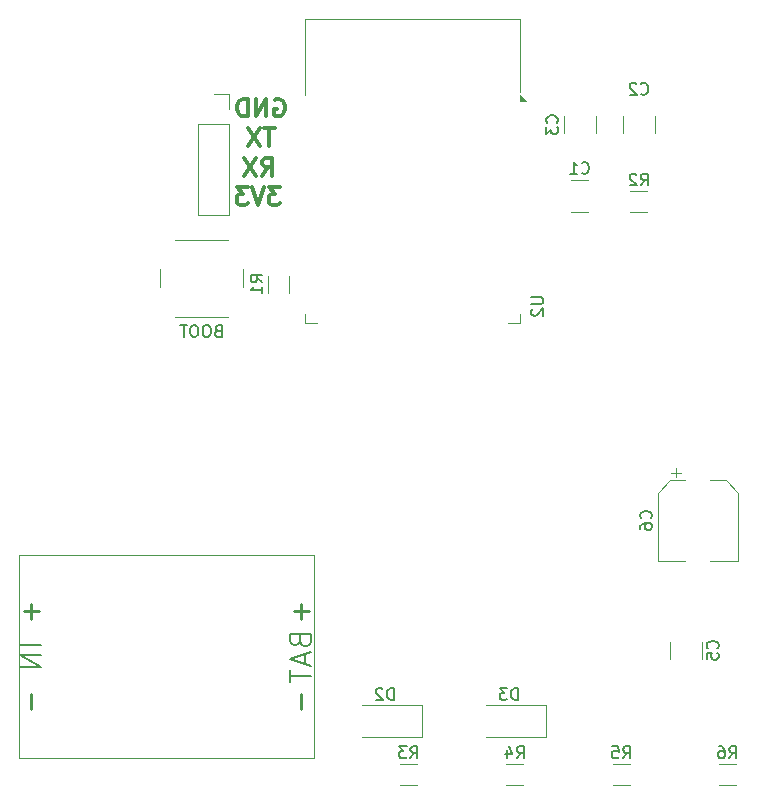
<source format=gbr>
%TF.GenerationSoftware,KiCad,Pcbnew,9.0.0*%
%TF.CreationDate,2025-04-01T19:23:25-03:00*%
%TF.ProjectId,ALFAGAME-v1,414c4641-4741-44d4-952d-76312e6b6963,rev?*%
%TF.SameCoordinates,Original*%
%TF.FileFunction,Legend,Bot*%
%TF.FilePolarity,Positive*%
%FSLAX46Y46*%
G04 Gerber Fmt 4.6, Leading zero omitted, Abs format (unit mm)*
G04 Created by KiCad (PCBNEW 9.0.0) date 2025-04-01 19:23:25*
%MOMM*%
%LPD*%
G01*
G04 APERTURE LIST*
%ADD10C,0.300000*%
%ADD11C,0.150000*%
%ADD12C,0.152400*%
%ADD13C,0.120000*%
%ADD14C,0.254000*%
G04 APERTURE END LIST*
D10*
X174159774Y-31872257D02*
X174302632Y-31800828D01*
X174302632Y-31800828D02*
X174516917Y-31800828D01*
X174516917Y-31800828D02*
X174731203Y-31872257D01*
X174731203Y-31872257D02*
X174874060Y-32015114D01*
X174874060Y-32015114D02*
X174945489Y-32157971D01*
X174945489Y-32157971D02*
X175016917Y-32443685D01*
X175016917Y-32443685D02*
X175016917Y-32657971D01*
X175016917Y-32657971D02*
X174945489Y-32943685D01*
X174945489Y-32943685D02*
X174874060Y-33086542D01*
X174874060Y-33086542D02*
X174731203Y-33229400D01*
X174731203Y-33229400D02*
X174516917Y-33300828D01*
X174516917Y-33300828D02*
X174374060Y-33300828D01*
X174374060Y-33300828D02*
X174159774Y-33229400D01*
X174159774Y-33229400D02*
X174088346Y-33157971D01*
X174088346Y-33157971D02*
X174088346Y-32657971D01*
X174088346Y-32657971D02*
X174374060Y-32657971D01*
X173445489Y-33300828D02*
X173445489Y-31800828D01*
X173445489Y-31800828D02*
X172588346Y-33300828D01*
X172588346Y-33300828D02*
X172588346Y-31800828D01*
X171874060Y-33300828D02*
X171874060Y-31800828D01*
X171874060Y-31800828D02*
X171516917Y-31800828D01*
X171516917Y-31800828D02*
X171302631Y-31872257D01*
X171302631Y-31872257D02*
X171159774Y-32015114D01*
X171159774Y-32015114D02*
X171088345Y-32157971D01*
X171088345Y-32157971D02*
X171016917Y-32443685D01*
X171016917Y-32443685D02*
X171016917Y-32657971D01*
X171016917Y-32657971D02*
X171088345Y-32943685D01*
X171088345Y-32943685D02*
X171159774Y-33086542D01*
X171159774Y-33086542D02*
X171302631Y-33229400D01*
X171302631Y-33229400D02*
X171516917Y-33300828D01*
X171516917Y-33300828D02*
X171874060Y-33300828D01*
X174588346Y-39300828D02*
X173659774Y-39300828D01*
X173659774Y-39300828D02*
X174159774Y-39872257D01*
X174159774Y-39872257D02*
X173945489Y-39872257D01*
X173945489Y-39872257D02*
X173802632Y-39943685D01*
X173802632Y-39943685D02*
X173731203Y-40015114D01*
X173731203Y-40015114D02*
X173659774Y-40157971D01*
X173659774Y-40157971D02*
X173659774Y-40515114D01*
X173659774Y-40515114D02*
X173731203Y-40657971D01*
X173731203Y-40657971D02*
X173802632Y-40729400D01*
X173802632Y-40729400D02*
X173945489Y-40800828D01*
X173945489Y-40800828D02*
X174374060Y-40800828D01*
X174374060Y-40800828D02*
X174516917Y-40729400D01*
X174516917Y-40729400D02*
X174588346Y-40657971D01*
X173231203Y-39300828D02*
X172731203Y-40800828D01*
X172731203Y-40800828D02*
X172231203Y-39300828D01*
X171874061Y-39300828D02*
X170945489Y-39300828D01*
X170945489Y-39300828D02*
X171445489Y-39872257D01*
X171445489Y-39872257D02*
X171231204Y-39872257D01*
X171231204Y-39872257D02*
X171088347Y-39943685D01*
X171088347Y-39943685D02*
X171016918Y-40015114D01*
X171016918Y-40015114D02*
X170945489Y-40157971D01*
X170945489Y-40157971D02*
X170945489Y-40515114D01*
X170945489Y-40515114D02*
X171016918Y-40657971D01*
X171016918Y-40657971D02*
X171088347Y-40729400D01*
X171088347Y-40729400D02*
X171231204Y-40800828D01*
X171231204Y-40800828D02*
X171659775Y-40800828D01*
X171659775Y-40800828D02*
X171802632Y-40729400D01*
X171802632Y-40729400D02*
X171874061Y-40657971D01*
X174159774Y-34300828D02*
X173302632Y-34300828D01*
X173731203Y-35800828D02*
X173731203Y-34300828D01*
X172945489Y-34300828D02*
X171945489Y-35800828D01*
X171945489Y-34300828D02*
X172945489Y-35800828D01*
X173088346Y-38300828D02*
X173588346Y-37586542D01*
X173945489Y-38300828D02*
X173945489Y-36800828D01*
X173945489Y-36800828D02*
X173374060Y-36800828D01*
X173374060Y-36800828D02*
X173231203Y-36872257D01*
X173231203Y-36872257D02*
X173159774Y-36943685D01*
X173159774Y-36943685D02*
X173088346Y-37086542D01*
X173088346Y-37086542D02*
X173088346Y-37300828D01*
X173088346Y-37300828D02*
X173159774Y-37443685D01*
X173159774Y-37443685D02*
X173231203Y-37515114D01*
X173231203Y-37515114D02*
X173374060Y-37586542D01*
X173374060Y-37586542D02*
X173945489Y-37586542D01*
X172588346Y-36800828D02*
X171588346Y-38300828D01*
X171588346Y-36800828D02*
X172588346Y-38300828D01*
D11*
X169357142Y-51431009D02*
X169214285Y-51478628D01*
X169214285Y-51478628D02*
X169166666Y-51526247D01*
X169166666Y-51526247D02*
X169119047Y-51621485D01*
X169119047Y-51621485D02*
X169119047Y-51764342D01*
X169119047Y-51764342D02*
X169166666Y-51859580D01*
X169166666Y-51859580D02*
X169214285Y-51907200D01*
X169214285Y-51907200D02*
X169309523Y-51954819D01*
X169309523Y-51954819D02*
X169690475Y-51954819D01*
X169690475Y-51954819D02*
X169690475Y-50954819D01*
X169690475Y-50954819D02*
X169357142Y-50954819D01*
X169357142Y-50954819D02*
X169261904Y-51002438D01*
X169261904Y-51002438D02*
X169214285Y-51050057D01*
X169214285Y-51050057D02*
X169166666Y-51145295D01*
X169166666Y-51145295D02*
X169166666Y-51240533D01*
X169166666Y-51240533D02*
X169214285Y-51335771D01*
X169214285Y-51335771D02*
X169261904Y-51383390D01*
X169261904Y-51383390D02*
X169357142Y-51431009D01*
X169357142Y-51431009D02*
X169690475Y-51431009D01*
X168499999Y-50954819D02*
X168309523Y-50954819D01*
X168309523Y-50954819D02*
X168214285Y-51002438D01*
X168214285Y-51002438D02*
X168119047Y-51097676D01*
X168119047Y-51097676D02*
X168071428Y-51288152D01*
X168071428Y-51288152D02*
X168071428Y-51621485D01*
X168071428Y-51621485D02*
X168119047Y-51811961D01*
X168119047Y-51811961D02*
X168214285Y-51907200D01*
X168214285Y-51907200D02*
X168309523Y-51954819D01*
X168309523Y-51954819D02*
X168499999Y-51954819D01*
X168499999Y-51954819D02*
X168595237Y-51907200D01*
X168595237Y-51907200D02*
X168690475Y-51811961D01*
X168690475Y-51811961D02*
X168738094Y-51621485D01*
X168738094Y-51621485D02*
X168738094Y-51288152D01*
X168738094Y-51288152D02*
X168690475Y-51097676D01*
X168690475Y-51097676D02*
X168595237Y-51002438D01*
X168595237Y-51002438D02*
X168499999Y-50954819D01*
X167452380Y-50954819D02*
X167261904Y-50954819D01*
X167261904Y-50954819D02*
X167166666Y-51002438D01*
X167166666Y-51002438D02*
X167071428Y-51097676D01*
X167071428Y-51097676D02*
X167023809Y-51288152D01*
X167023809Y-51288152D02*
X167023809Y-51621485D01*
X167023809Y-51621485D02*
X167071428Y-51811961D01*
X167071428Y-51811961D02*
X167166666Y-51907200D01*
X167166666Y-51907200D02*
X167261904Y-51954819D01*
X167261904Y-51954819D02*
X167452380Y-51954819D01*
X167452380Y-51954819D02*
X167547618Y-51907200D01*
X167547618Y-51907200D02*
X167642856Y-51811961D01*
X167642856Y-51811961D02*
X167690475Y-51621485D01*
X167690475Y-51621485D02*
X167690475Y-51288152D01*
X167690475Y-51288152D02*
X167642856Y-51097676D01*
X167642856Y-51097676D02*
X167547618Y-51002438D01*
X167547618Y-51002438D02*
X167452380Y-50954819D01*
X166738094Y-50954819D02*
X166166666Y-50954819D01*
X166452380Y-51954819D02*
X166452380Y-50954819D01*
X194666666Y-87634819D02*
X194999999Y-87158628D01*
X195238094Y-87634819D02*
X195238094Y-86634819D01*
X195238094Y-86634819D02*
X194857142Y-86634819D01*
X194857142Y-86634819D02*
X194761904Y-86682438D01*
X194761904Y-86682438D02*
X194714285Y-86730057D01*
X194714285Y-86730057D02*
X194666666Y-86825295D01*
X194666666Y-86825295D02*
X194666666Y-86968152D01*
X194666666Y-86968152D02*
X194714285Y-87063390D01*
X194714285Y-87063390D02*
X194761904Y-87111009D01*
X194761904Y-87111009D02*
X194857142Y-87158628D01*
X194857142Y-87158628D02*
X195238094Y-87158628D01*
X193809523Y-86968152D02*
X193809523Y-87634819D01*
X194047618Y-86587200D02*
X194285713Y-87301485D01*
X194285713Y-87301485D02*
X193666666Y-87301485D01*
X212666666Y-87634819D02*
X212999999Y-87158628D01*
X213238094Y-87634819D02*
X213238094Y-86634819D01*
X213238094Y-86634819D02*
X212857142Y-86634819D01*
X212857142Y-86634819D02*
X212761904Y-86682438D01*
X212761904Y-86682438D02*
X212714285Y-86730057D01*
X212714285Y-86730057D02*
X212666666Y-86825295D01*
X212666666Y-86825295D02*
X212666666Y-86968152D01*
X212666666Y-86968152D02*
X212714285Y-87063390D01*
X212714285Y-87063390D02*
X212761904Y-87111009D01*
X212761904Y-87111009D02*
X212857142Y-87158628D01*
X212857142Y-87158628D02*
X213238094Y-87158628D01*
X211809523Y-86634819D02*
X211999999Y-86634819D01*
X211999999Y-86634819D02*
X212095237Y-86682438D01*
X212095237Y-86682438D02*
X212142856Y-86730057D01*
X212142856Y-86730057D02*
X212238094Y-86872914D01*
X212238094Y-86872914D02*
X212285713Y-87063390D01*
X212285713Y-87063390D02*
X212285713Y-87444342D01*
X212285713Y-87444342D02*
X212238094Y-87539580D01*
X212238094Y-87539580D02*
X212190475Y-87587200D01*
X212190475Y-87587200D02*
X212095237Y-87634819D01*
X212095237Y-87634819D02*
X211904761Y-87634819D01*
X211904761Y-87634819D02*
X211809523Y-87587200D01*
X211809523Y-87587200D02*
X211761904Y-87539580D01*
X211761904Y-87539580D02*
X211714285Y-87444342D01*
X211714285Y-87444342D02*
X211714285Y-87206247D01*
X211714285Y-87206247D02*
X211761904Y-87111009D01*
X211761904Y-87111009D02*
X211809523Y-87063390D01*
X211809523Y-87063390D02*
X211904761Y-87015771D01*
X211904761Y-87015771D02*
X212095237Y-87015771D01*
X212095237Y-87015771D02*
X212190475Y-87063390D01*
X212190475Y-87063390D02*
X212238094Y-87111009D01*
X212238094Y-87111009D02*
X212285713Y-87206247D01*
X173134819Y-47333333D02*
X172658628Y-47000000D01*
X173134819Y-46761905D02*
X172134819Y-46761905D01*
X172134819Y-46761905D02*
X172134819Y-47142857D01*
X172134819Y-47142857D02*
X172182438Y-47238095D01*
X172182438Y-47238095D02*
X172230057Y-47285714D01*
X172230057Y-47285714D02*
X172325295Y-47333333D01*
X172325295Y-47333333D02*
X172468152Y-47333333D01*
X172468152Y-47333333D02*
X172563390Y-47285714D01*
X172563390Y-47285714D02*
X172611009Y-47238095D01*
X172611009Y-47238095D02*
X172658628Y-47142857D01*
X172658628Y-47142857D02*
X172658628Y-46761905D01*
X173134819Y-48285714D02*
X173134819Y-47714286D01*
X173134819Y-48000000D02*
X172134819Y-48000000D01*
X172134819Y-48000000D02*
X172277676Y-47904762D01*
X172277676Y-47904762D02*
X172372914Y-47809524D01*
X172372914Y-47809524D02*
X172420533Y-47714286D01*
X198059580Y-33833333D02*
X198107200Y-33785714D01*
X198107200Y-33785714D02*
X198154819Y-33642857D01*
X198154819Y-33642857D02*
X198154819Y-33547619D01*
X198154819Y-33547619D02*
X198107200Y-33404762D01*
X198107200Y-33404762D02*
X198011961Y-33309524D01*
X198011961Y-33309524D02*
X197916723Y-33261905D01*
X197916723Y-33261905D02*
X197726247Y-33214286D01*
X197726247Y-33214286D02*
X197583390Y-33214286D01*
X197583390Y-33214286D02*
X197392914Y-33261905D01*
X197392914Y-33261905D02*
X197297676Y-33309524D01*
X197297676Y-33309524D02*
X197202438Y-33404762D01*
X197202438Y-33404762D02*
X197154819Y-33547619D01*
X197154819Y-33547619D02*
X197154819Y-33642857D01*
X197154819Y-33642857D02*
X197202438Y-33785714D01*
X197202438Y-33785714D02*
X197250057Y-33833333D01*
X197154819Y-34166667D02*
X197154819Y-34785714D01*
X197154819Y-34785714D02*
X197535771Y-34452381D01*
X197535771Y-34452381D02*
X197535771Y-34595238D01*
X197535771Y-34595238D02*
X197583390Y-34690476D01*
X197583390Y-34690476D02*
X197631009Y-34738095D01*
X197631009Y-34738095D02*
X197726247Y-34785714D01*
X197726247Y-34785714D02*
X197964342Y-34785714D01*
X197964342Y-34785714D02*
X198059580Y-34738095D01*
X198059580Y-34738095D02*
X198107200Y-34690476D01*
X198107200Y-34690476D02*
X198154819Y-34595238D01*
X198154819Y-34595238D02*
X198154819Y-34309524D01*
X198154819Y-34309524D02*
X198107200Y-34214286D01*
X198107200Y-34214286D02*
X198059580Y-34166667D01*
X184238094Y-82704819D02*
X184238094Y-81704819D01*
X184238094Y-81704819D02*
X183999999Y-81704819D01*
X183999999Y-81704819D02*
X183857142Y-81752438D01*
X183857142Y-81752438D02*
X183761904Y-81847676D01*
X183761904Y-81847676D02*
X183714285Y-81942914D01*
X183714285Y-81942914D02*
X183666666Y-82133390D01*
X183666666Y-82133390D02*
X183666666Y-82276247D01*
X183666666Y-82276247D02*
X183714285Y-82466723D01*
X183714285Y-82466723D02*
X183761904Y-82561961D01*
X183761904Y-82561961D02*
X183857142Y-82657200D01*
X183857142Y-82657200D02*
X183999999Y-82704819D01*
X183999999Y-82704819D02*
X184238094Y-82704819D01*
X183285713Y-81800057D02*
X183238094Y-81752438D01*
X183238094Y-81752438D02*
X183142856Y-81704819D01*
X183142856Y-81704819D02*
X182904761Y-81704819D01*
X182904761Y-81704819D02*
X182809523Y-81752438D01*
X182809523Y-81752438D02*
X182761904Y-81800057D01*
X182761904Y-81800057D02*
X182714285Y-81895295D01*
X182714285Y-81895295D02*
X182714285Y-81990533D01*
X182714285Y-81990533D02*
X182761904Y-82133390D01*
X182761904Y-82133390D02*
X183333332Y-82704819D01*
X183333332Y-82704819D02*
X182714285Y-82704819D01*
X185666666Y-87634819D02*
X185999999Y-87158628D01*
X186238094Y-87634819D02*
X186238094Y-86634819D01*
X186238094Y-86634819D02*
X185857142Y-86634819D01*
X185857142Y-86634819D02*
X185761904Y-86682438D01*
X185761904Y-86682438D02*
X185714285Y-86730057D01*
X185714285Y-86730057D02*
X185666666Y-86825295D01*
X185666666Y-86825295D02*
X185666666Y-86968152D01*
X185666666Y-86968152D02*
X185714285Y-87063390D01*
X185714285Y-87063390D02*
X185761904Y-87111009D01*
X185761904Y-87111009D02*
X185857142Y-87158628D01*
X185857142Y-87158628D02*
X186238094Y-87158628D01*
X185333332Y-86634819D02*
X184714285Y-86634819D01*
X184714285Y-86634819D02*
X185047618Y-87015771D01*
X185047618Y-87015771D02*
X184904761Y-87015771D01*
X184904761Y-87015771D02*
X184809523Y-87063390D01*
X184809523Y-87063390D02*
X184761904Y-87111009D01*
X184761904Y-87111009D02*
X184714285Y-87206247D01*
X184714285Y-87206247D02*
X184714285Y-87444342D01*
X184714285Y-87444342D02*
X184761904Y-87539580D01*
X184761904Y-87539580D02*
X184809523Y-87587200D01*
X184809523Y-87587200D02*
X184904761Y-87634819D01*
X184904761Y-87634819D02*
X185190475Y-87634819D01*
X185190475Y-87634819D02*
X185285713Y-87587200D01*
X185285713Y-87587200D02*
X185333332Y-87539580D01*
X194738094Y-82704819D02*
X194738094Y-81704819D01*
X194738094Y-81704819D02*
X194499999Y-81704819D01*
X194499999Y-81704819D02*
X194357142Y-81752438D01*
X194357142Y-81752438D02*
X194261904Y-81847676D01*
X194261904Y-81847676D02*
X194214285Y-81942914D01*
X194214285Y-81942914D02*
X194166666Y-82133390D01*
X194166666Y-82133390D02*
X194166666Y-82276247D01*
X194166666Y-82276247D02*
X194214285Y-82466723D01*
X194214285Y-82466723D02*
X194261904Y-82561961D01*
X194261904Y-82561961D02*
X194357142Y-82657200D01*
X194357142Y-82657200D02*
X194499999Y-82704819D01*
X194499999Y-82704819D02*
X194738094Y-82704819D01*
X193833332Y-81704819D02*
X193214285Y-81704819D01*
X193214285Y-81704819D02*
X193547618Y-82085771D01*
X193547618Y-82085771D02*
X193404761Y-82085771D01*
X193404761Y-82085771D02*
X193309523Y-82133390D01*
X193309523Y-82133390D02*
X193261904Y-82181009D01*
X193261904Y-82181009D02*
X193214285Y-82276247D01*
X193214285Y-82276247D02*
X193214285Y-82514342D01*
X193214285Y-82514342D02*
X193261904Y-82609580D01*
X193261904Y-82609580D02*
X193309523Y-82657200D01*
X193309523Y-82657200D02*
X193404761Y-82704819D01*
X193404761Y-82704819D02*
X193690475Y-82704819D01*
X193690475Y-82704819D02*
X193785713Y-82657200D01*
X193785713Y-82657200D02*
X193833332Y-82609580D01*
X205166666Y-31359580D02*
X205214285Y-31407200D01*
X205214285Y-31407200D02*
X205357142Y-31454819D01*
X205357142Y-31454819D02*
X205452380Y-31454819D01*
X205452380Y-31454819D02*
X205595237Y-31407200D01*
X205595237Y-31407200D02*
X205690475Y-31311961D01*
X205690475Y-31311961D02*
X205738094Y-31216723D01*
X205738094Y-31216723D02*
X205785713Y-31026247D01*
X205785713Y-31026247D02*
X205785713Y-30883390D01*
X205785713Y-30883390D02*
X205738094Y-30692914D01*
X205738094Y-30692914D02*
X205690475Y-30597676D01*
X205690475Y-30597676D02*
X205595237Y-30502438D01*
X205595237Y-30502438D02*
X205452380Y-30454819D01*
X205452380Y-30454819D02*
X205357142Y-30454819D01*
X205357142Y-30454819D02*
X205214285Y-30502438D01*
X205214285Y-30502438D02*
X205166666Y-30550057D01*
X204785713Y-30550057D02*
X204738094Y-30502438D01*
X204738094Y-30502438D02*
X204642856Y-30454819D01*
X204642856Y-30454819D02*
X204404761Y-30454819D01*
X204404761Y-30454819D02*
X204309523Y-30502438D01*
X204309523Y-30502438D02*
X204261904Y-30550057D01*
X204261904Y-30550057D02*
X204214285Y-30645295D01*
X204214285Y-30645295D02*
X204214285Y-30740533D01*
X204214285Y-30740533D02*
X204261904Y-30883390D01*
X204261904Y-30883390D02*
X204833332Y-31454819D01*
X204833332Y-31454819D02*
X204214285Y-31454819D01*
X200166666Y-38059580D02*
X200214285Y-38107200D01*
X200214285Y-38107200D02*
X200357142Y-38154819D01*
X200357142Y-38154819D02*
X200452380Y-38154819D01*
X200452380Y-38154819D02*
X200595237Y-38107200D01*
X200595237Y-38107200D02*
X200690475Y-38011961D01*
X200690475Y-38011961D02*
X200738094Y-37916723D01*
X200738094Y-37916723D02*
X200785713Y-37726247D01*
X200785713Y-37726247D02*
X200785713Y-37583390D01*
X200785713Y-37583390D02*
X200738094Y-37392914D01*
X200738094Y-37392914D02*
X200690475Y-37297676D01*
X200690475Y-37297676D02*
X200595237Y-37202438D01*
X200595237Y-37202438D02*
X200452380Y-37154819D01*
X200452380Y-37154819D02*
X200357142Y-37154819D01*
X200357142Y-37154819D02*
X200214285Y-37202438D01*
X200214285Y-37202438D02*
X200166666Y-37250057D01*
X199214285Y-38154819D02*
X199785713Y-38154819D01*
X199499999Y-38154819D02*
X199499999Y-37154819D01*
X199499999Y-37154819D02*
X199595237Y-37297676D01*
X199595237Y-37297676D02*
X199690475Y-37392914D01*
X199690475Y-37392914D02*
X199785713Y-37440533D01*
X211659580Y-78333333D02*
X211707200Y-78285714D01*
X211707200Y-78285714D02*
X211754819Y-78142857D01*
X211754819Y-78142857D02*
X211754819Y-78047619D01*
X211754819Y-78047619D02*
X211707200Y-77904762D01*
X211707200Y-77904762D02*
X211611961Y-77809524D01*
X211611961Y-77809524D02*
X211516723Y-77761905D01*
X211516723Y-77761905D02*
X211326247Y-77714286D01*
X211326247Y-77714286D02*
X211183390Y-77714286D01*
X211183390Y-77714286D02*
X210992914Y-77761905D01*
X210992914Y-77761905D02*
X210897676Y-77809524D01*
X210897676Y-77809524D02*
X210802438Y-77904762D01*
X210802438Y-77904762D02*
X210754819Y-78047619D01*
X210754819Y-78047619D02*
X210754819Y-78142857D01*
X210754819Y-78142857D02*
X210802438Y-78285714D01*
X210802438Y-78285714D02*
X210850057Y-78333333D01*
X210754819Y-79238095D02*
X210754819Y-78761905D01*
X210754819Y-78761905D02*
X211231009Y-78714286D01*
X211231009Y-78714286D02*
X211183390Y-78761905D01*
X211183390Y-78761905D02*
X211135771Y-78857143D01*
X211135771Y-78857143D02*
X211135771Y-79095238D01*
X211135771Y-79095238D02*
X211183390Y-79190476D01*
X211183390Y-79190476D02*
X211231009Y-79238095D01*
X211231009Y-79238095D02*
X211326247Y-79285714D01*
X211326247Y-79285714D02*
X211564342Y-79285714D01*
X211564342Y-79285714D02*
X211659580Y-79238095D01*
X211659580Y-79238095D02*
X211707200Y-79190476D01*
X211707200Y-79190476D02*
X211754819Y-79095238D01*
X211754819Y-79095238D02*
X211754819Y-78857143D01*
X211754819Y-78857143D02*
X211707200Y-78761905D01*
X211707200Y-78761905D02*
X211659580Y-78714286D01*
X206009580Y-67333333D02*
X206057200Y-67285714D01*
X206057200Y-67285714D02*
X206104819Y-67142857D01*
X206104819Y-67142857D02*
X206104819Y-67047619D01*
X206104819Y-67047619D02*
X206057200Y-66904762D01*
X206057200Y-66904762D02*
X205961961Y-66809524D01*
X205961961Y-66809524D02*
X205866723Y-66761905D01*
X205866723Y-66761905D02*
X205676247Y-66714286D01*
X205676247Y-66714286D02*
X205533390Y-66714286D01*
X205533390Y-66714286D02*
X205342914Y-66761905D01*
X205342914Y-66761905D02*
X205247676Y-66809524D01*
X205247676Y-66809524D02*
X205152438Y-66904762D01*
X205152438Y-66904762D02*
X205104819Y-67047619D01*
X205104819Y-67047619D02*
X205104819Y-67142857D01*
X205104819Y-67142857D02*
X205152438Y-67285714D01*
X205152438Y-67285714D02*
X205200057Y-67333333D01*
X205104819Y-68190476D02*
X205104819Y-68000000D01*
X205104819Y-68000000D02*
X205152438Y-67904762D01*
X205152438Y-67904762D02*
X205200057Y-67857143D01*
X205200057Y-67857143D02*
X205342914Y-67761905D01*
X205342914Y-67761905D02*
X205533390Y-67714286D01*
X205533390Y-67714286D02*
X205914342Y-67714286D01*
X205914342Y-67714286D02*
X206009580Y-67761905D01*
X206009580Y-67761905D02*
X206057200Y-67809524D01*
X206057200Y-67809524D02*
X206104819Y-67904762D01*
X206104819Y-67904762D02*
X206104819Y-68095238D01*
X206104819Y-68095238D02*
X206057200Y-68190476D01*
X206057200Y-68190476D02*
X206009580Y-68238095D01*
X206009580Y-68238095D02*
X205914342Y-68285714D01*
X205914342Y-68285714D02*
X205676247Y-68285714D01*
X205676247Y-68285714D02*
X205581009Y-68238095D01*
X205581009Y-68238095D02*
X205533390Y-68190476D01*
X205533390Y-68190476D02*
X205485771Y-68095238D01*
X205485771Y-68095238D02*
X205485771Y-67904762D01*
X205485771Y-67904762D02*
X205533390Y-67809524D01*
X205533390Y-67809524D02*
X205581009Y-67761905D01*
X205581009Y-67761905D02*
X205676247Y-67714286D01*
D12*
X176313279Y-77687667D02*
X176397946Y-77941667D01*
X176397946Y-77941667D02*
X176482612Y-78026333D01*
X176482612Y-78026333D02*
X176651946Y-78111000D01*
X176651946Y-78111000D02*
X176905946Y-78111000D01*
X176905946Y-78111000D02*
X177075279Y-78026333D01*
X177075279Y-78026333D02*
X177159946Y-77941667D01*
X177159946Y-77941667D02*
X177244612Y-77772333D01*
X177244612Y-77772333D02*
X177244612Y-77095000D01*
X177244612Y-77095000D02*
X175466612Y-77095000D01*
X175466612Y-77095000D02*
X175466612Y-77687667D01*
X175466612Y-77687667D02*
X175551279Y-77857000D01*
X175551279Y-77857000D02*
X175635946Y-77941667D01*
X175635946Y-77941667D02*
X175805279Y-78026333D01*
X175805279Y-78026333D02*
X175974612Y-78026333D01*
X175974612Y-78026333D02*
X176143946Y-77941667D01*
X176143946Y-77941667D02*
X176228612Y-77857000D01*
X176228612Y-77857000D02*
X176313279Y-77687667D01*
X176313279Y-77687667D02*
X176313279Y-77095000D01*
X176736612Y-78788333D02*
X176736612Y-79635000D01*
X177244612Y-78619000D02*
X175466612Y-79211667D01*
X175466612Y-79211667D02*
X177244612Y-79804333D01*
X175466612Y-80143000D02*
X175466612Y-81159000D01*
X177244612Y-80651000D02*
X175466612Y-80651000D01*
X154384612Y-78068666D02*
X152606612Y-78068666D01*
X154384612Y-78915333D02*
X152606612Y-78915333D01*
X152606612Y-78915333D02*
X154384612Y-79931333D01*
X154384612Y-79931333D02*
X152606612Y-79931333D01*
D11*
X203666666Y-87634819D02*
X203999999Y-87158628D01*
X204238094Y-87634819D02*
X204238094Y-86634819D01*
X204238094Y-86634819D02*
X203857142Y-86634819D01*
X203857142Y-86634819D02*
X203761904Y-86682438D01*
X203761904Y-86682438D02*
X203714285Y-86730057D01*
X203714285Y-86730057D02*
X203666666Y-86825295D01*
X203666666Y-86825295D02*
X203666666Y-86968152D01*
X203666666Y-86968152D02*
X203714285Y-87063390D01*
X203714285Y-87063390D02*
X203761904Y-87111009D01*
X203761904Y-87111009D02*
X203857142Y-87158628D01*
X203857142Y-87158628D02*
X204238094Y-87158628D01*
X202761904Y-86634819D02*
X203238094Y-86634819D01*
X203238094Y-86634819D02*
X203285713Y-87111009D01*
X203285713Y-87111009D02*
X203238094Y-87063390D01*
X203238094Y-87063390D02*
X203142856Y-87015771D01*
X203142856Y-87015771D02*
X202904761Y-87015771D01*
X202904761Y-87015771D02*
X202809523Y-87063390D01*
X202809523Y-87063390D02*
X202761904Y-87111009D01*
X202761904Y-87111009D02*
X202714285Y-87206247D01*
X202714285Y-87206247D02*
X202714285Y-87444342D01*
X202714285Y-87444342D02*
X202761904Y-87539580D01*
X202761904Y-87539580D02*
X202809523Y-87587200D01*
X202809523Y-87587200D02*
X202904761Y-87634819D01*
X202904761Y-87634819D02*
X203142856Y-87634819D01*
X203142856Y-87634819D02*
X203238094Y-87587200D01*
X203238094Y-87587200D02*
X203285713Y-87539580D01*
X195909819Y-48603095D02*
X196719342Y-48603095D01*
X196719342Y-48603095D02*
X196814580Y-48650714D01*
X196814580Y-48650714D02*
X196862200Y-48698333D01*
X196862200Y-48698333D02*
X196909819Y-48793571D01*
X196909819Y-48793571D02*
X196909819Y-48984047D01*
X196909819Y-48984047D02*
X196862200Y-49079285D01*
X196862200Y-49079285D02*
X196814580Y-49126904D01*
X196814580Y-49126904D02*
X196719342Y-49174523D01*
X196719342Y-49174523D02*
X195909819Y-49174523D01*
X196005057Y-49603095D02*
X195957438Y-49650714D01*
X195957438Y-49650714D02*
X195909819Y-49745952D01*
X195909819Y-49745952D02*
X195909819Y-49984047D01*
X195909819Y-49984047D02*
X195957438Y-50079285D01*
X195957438Y-50079285D02*
X196005057Y-50126904D01*
X196005057Y-50126904D02*
X196100295Y-50174523D01*
X196100295Y-50174523D02*
X196195533Y-50174523D01*
X196195533Y-50174523D02*
X196338390Y-50126904D01*
X196338390Y-50126904D02*
X196909819Y-49555476D01*
X196909819Y-49555476D02*
X196909819Y-50174523D01*
X205166666Y-39134819D02*
X205499999Y-38658628D01*
X205738094Y-39134819D02*
X205738094Y-38134819D01*
X205738094Y-38134819D02*
X205357142Y-38134819D01*
X205357142Y-38134819D02*
X205261904Y-38182438D01*
X205261904Y-38182438D02*
X205214285Y-38230057D01*
X205214285Y-38230057D02*
X205166666Y-38325295D01*
X205166666Y-38325295D02*
X205166666Y-38468152D01*
X205166666Y-38468152D02*
X205214285Y-38563390D01*
X205214285Y-38563390D02*
X205261904Y-38611009D01*
X205261904Y-38611009D02*
X205357142Y-38658628D01*
X205357142Y-38658628D02*
X205738094Y-38658628D01*
X204785713Y-38230057D02*
X204738094Y-38182438D01*
X204738094Y-38182438D02*
X204642856Y-38134819D01*
X204642856Y-38134819D02*
X204404761Y-38134819D01*
X204404761Y-38134819D02*
X204309523Y-38182438D01*
X204309523Y-38182438D02*
X204261904Y-38230057D01*
X204261904Y-38230057D02*
X204214285Y-38325295D01*
X204214285Y-38325295D02*
X204214285Y-38420533D01*
X204214285Y-38420533D02*
X204261904Y-38563390D01*
X204261904Y-38563390D02*
X204833332Y-39134819D01*
X204833332Y-39134819D02*
X204214285Y-39134819D01*
D13*
%TO.C,R4*%
X195227064Y-88090000D02*
X193772936Y-88090000D01*
X195227064Y-89910000D02*
X193772936Y-89910000D01*
%TO.C,R6*%
X213227064Y-88090000D02*
X211772936Y-88090000D01*
X213227064Y-89910000D02*
X211772936Y-89910000D01*
%TO.C,R1*%
X173590000Y-46772936D02*
X173590000Y-48227064D01*
X175410000Y-46772936D02*
X175410000Y-48227064D01*
%TO.C,C3*%
X198640000Y-33288748D02*
X198640000Y-34711252D01*
X201360000Y-33288748D02*
X201360000Y-34711252D01*
%TO.C,D2*%
X186660000Y-83140000D02*
X181600000Y-83140000D01*
X186660000Y-83140000D02*
X186660000Y-85860000D01*
X186660000Y-85860000D02*
X181600000Y-85860000D01*
%TO.C,R3*%
X186227064Y-88090000D02*
X184772936Y-88090000D01*
X186227064Y-89910000D02*
X184772936Y-89910000D01*
%TO.C,D3*%
X197160000Y-83140000D02*
X192100000Y-83140000D01*
X197160000Y-83140000D02*
X197160000Y-85860000D01*
X197160000Y-85860000D02*
X192100000Y-85860000D01*
%TO.C,C2*%
X203640000Y-33288748D02*
X203640000Y-34711252D01*
X206360000Y-33288748D02*
X206360000Y-34711252D01*
%TO.C,C1*%
X200711252Y-38640000D02*
X199288748Y-38640000D01*
X200711252Y-41360000D02*
X199288748Y-41360000D01*
%TO.C,BOOT1*%
X164500000Y-47750000D02*
X164500000Y-46250000D01*
X165750000Y-43750000D02*
X170250000Y-43750000D01*
X170250000Y-50250000D02*
X165750000Y-50250000D01*
X171500000Y-46250000D02*
X171500000Y-47750000D01*
%TO.C,C5*%
X207640000Y-79211252D02*
X207640000Y-77788748D01*
X210360000Y-79211252D02*
X210360000Y-77788748D01*
%TO.C,J1*%
X167670000Y-33970000D02*
X167670000Y-41650000D01*
X170330000Y-31370000D02*
X169000000Y-31370000D01*
X170330000Y-32700000D02*
X170330000Y-31370000D01*
X170330000Y-33970000D02*
X167670000Y-33970000D01*
X170330000Y-33970000D02*
X170330000Y-41650000D01*
X170330000Y-41650000D02*
X167670000Y-41650000D01*
%TO.C,C6*%
X206590000Y-65154437D02*
X206590000Y-70910000D01*
X206590000Y-70910000D02*
X208940000Y-70910000D01*
X207654437Y-64090000D02*
X206590000Y-65154437D01*
X207654437Y-64090000D02*
X208940000Y-64090000D01*
X207758750Y-63456250D02*
X208546250Y-63456250D01*
X208152500Y-63062500D02*
X208152500Y-63850000D01*
X212345563Y-64090000D02*
X211060000Y-64090000D01*
X212345563Y-64090000D02*
X213410000Y-65154437D01*
X213410000Y-65154437D02*
X213410000Y-70910000D01*
X213410000Y-70910000D02*
X211060000Y-70910000D01*
D14*
%TO.C,M1*%
X152935000Y-75190000D02*
X154205000Y-75190000D01*
X153570000Y-74555000D02*
X153570000Y-75825000D01*
X153570000Y-83445000D02*
X153570000Y-82175000D01*
X175795000Y-75190000D02*
X177065000Y-75190000D01*
X176430000Y-74555000D02*
X176430000Y-75825000D01*
X176430000Y-83445000D02*
X176430000Y-82175000D01*
D13*
X152500000Y-87600000D02*
X177500000Y-87600000D01*
X177500000Y-70400000D01*
X152500000Y-70400000D01*
X152500000Y-87600000D01*
%TO.C,R5*%
X204227064Y-88090000D02*
X202772936Y-88090000D01*
X204227064Y-89910000D02*
X202772936Y-89910000D01*
%TO.C,U2*%
X176725000Y-25075000D02*
X176725000Y-31490000D01*
X176725000Y-50035000D02*
X176725000Y-50815000D01*
X176725000Y-50815000D02*
X177725000Y-50815000D01*
X194965000Y-25075000D02*
X176725000Y-25075000D01*
X194965000Y-25075000D02*
X194965000Y-31235000D01*
X194965000Y-50035000D02*
X194965000Y-50815000D01*
X194965000Y-50815000D02*
X193965000Y-50815000D01*
X195470000Y-31960000D02*
X194970000Y-31960000D01*
X194970000Y-31460000D01*
X195470000Y-31960000D01*
G36*
X195470000Y-31960000D02*
G01*
X194970000Y-31960000D01*
X194970000Y-31460000D01*
X195470000Y-31960000D01*
G37*
%TO.C,R2*%
X205727064Y-39590000D02*
X204272936Y-39590000D01*
X205727064Y-41410000D02*
X204272936Y-41410000D01*
%TD*%
M02*

</source>
